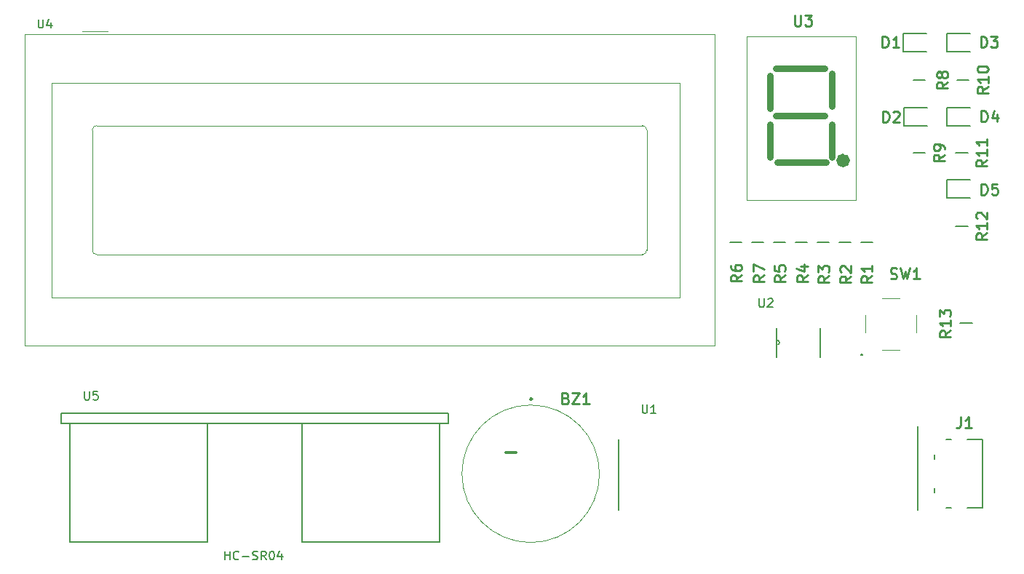
<source format=gbr>
G04 #@! TF.GenerationSoftware,KiCad,Pcbnew,(5.1.2)-1*
G04 #@! TF.CreationDate,2019-06-13T11:42:40+03:00*
G04 #@! TF.ProjectId,shema,7368656d-612e-46b6-9963-61645f706362,v.1.0*
G04 #@! TF.SameCoordinates,Original*
G04 #@! TF.FileFunction,Legend,Top*
G04 #@! TF.FilePolarity,Positive*
%FSLAX46Y46*%
G04 Gerber Fmt 4.6, Leading zero omitted, Abs format (unit mm)*
G04 Created by KiCad (PCBNEW (5.1.2)-1) date 2019-06-13 11:42:40*
%MOMM*%
%LPD*%
G04 APERTURE LIST*
%ADD10C,0.300000*%
%ADD11C,0.200000*%
%ADD12C,0.120000*%
%ADD13C,0.152400*%
%ADD14C,0.750000*%
%ADD15C,0.100000*%
%ADD16C,0.127000*%
%ADD17C,0.150000*%
%ADD18C,0.254000*%
G04 APERTURE END LIST*
D10*
X149418571Y-114587142D02*
X150561428Y-114587142D01*
D11*
X197299000Y-111554000D02*
X197299000Y-121328000D01*
X162501000Y-113072000D02*
X162501000Y-121328000D01*
D12*
X93460000Y-102220000D02*
X173740000Y-102220000D01*
X173740000Y-102220000D02*
X173740000Y-65940000D01*
X173740000Y-65940000D02*
X94260000Y-65940000D01*
X93460000Y-65940000D02*
X93460000Y-102220000D01*
X93470000Y-65940000D02*
X94260000Y-65940000D01*
X100100000Y-65580000D02*
X103100000Y-65580000D01*
X101800000Y-76580000D02*
X165300000Y-76580000D01*
X101300280Y-91079320D02*
X101300280Y-77080000D01*
X165300660Y-91580000D02*
X101800000Y-91580000D01*
X165800000Y-77080000D02*
X165800000Y-91080000D01*
X165800000Y-77080000D02*
G75*
G03X165300000Y-76580000I-500000J0D01*
G01*
X165300660Y-91579700D02*
G75*
G03X165801040Y-91079320I0J500380D01*
G01*
X101300280Y-91079320D02*
G75*
G03X101800660Y-91579700I500380J0D01*
G01*
X101800660Y-76578460D02*
G75*
G03X101300280Y-77078840I0J-500380D01*
G01*
X96600000Y-71580000D02*
X169600000Y-71580000D01*
X169600000Y-71580000D02*
X169600000Y-96580000D01*
X169600000Y-96580000D02*
X96600000Y-96580000D01*
X96600000Y-96580000D02*
X96600000Y-71580000D01*
D11*
X176849000Y-90170000D02*
X175449000Y-90170000D01*
D13*
X186009280Y-103502571D02*
X186009280Y-100174949D01*
X180929280Y-100174949D02*
X180929280Y-103502571D01*
X180916580Y-102143560D02*
G75*
G03X180916580Y-101533960I0J304800D01*
G01*
D14*
X189064000Y-80637000D02*
G75*
G03X189064000Y-80637000I-420000J0D01*
G01*
X180804000Y-69927000D02*
X186474000Y-69927000D01*
X180804000Y-75387000D02*
X186474000Y-75387000D01*
X187314000Y-74337000D02*
X187314000Y-70557000D01*
X187314000Y-80217000D02*
X187314000Y-76437000D01*
X181014000Y-80847000D02*
X186684000Y-80847000D01*
X180174000Y-80217000D02*
X180174000Y-76437000D01*
X180174000Y-74547000D02*
X180174000Y-70767000D01*
X187314000Y-80217000D02*
X187314000Y-76437000D01*
X181014000Y-80847000D02*
X186684000Y-80847000D01*
X180174000Y-80217000D02*
X180174000Y-76437000D01*
X180804000Y-75387000D02*
X186474000Y-75387000D01*
X187314000Y-74337000D02*
X187314000Y-70557000D01*
X180174000Y-74547000D02*
X180174000Y-70767000D01*
X180804000Y-69927000D02*
X186474000Y-69927000D01*
X187314000Y-74337000D02*
X187314000Y-70557000D01*
X187314000Y-80217000D02*
X187314000Y-76437000D01*
X180174000Y-80217000D02*
X180174000Y-76437000D01*
X180174000Y-74547000D02*
X180174000Y-70767000D01*
X181014000Y-80847000D02*
X186684000Y-80847000D01*
X180804000Y-69927000D02*
X186474000Y-69927000D01*
X180804000Y-75387000D02*
X186474000Y-75387000D01*
X180804000Y-69927000D02*
X186474000Y-69927000D01*
X180804000Y-75387000D02*
X186474000Y-75387000D01*
X187314000Y-74337000D02*
X187314000Y-70557000D01*
X187314000Y-80217000D02*
X187314000Y-76437000D01*
X181014000Y-80847000D02*
X186684000Y-80847000D01*
X180174000Y-80217000D02*
X180174000Y-76437000D01*
X180174000Y-74547000D02*
X180174000Y-70767000D01*
X187314000Y-80217000D02*
X187314000Y-76437000D01*
X181014000Y-80847000D02*
X186684000Y-80847000D01*
X180174000Y-80217000D02*
X180174000Y-76437000D01*
X180804000Y-75387000D02*
X186474000Y-75387000D01*
X187314000Y-74337000D02*
X187314000Y-70557000D01*
X180174000Y-74547000D02*
X180174000Y-70767000D01*
X180804000Y-69927000D02*
X186474000Y-69927000D01*
X187314000Y-74337000D02*
X187314000Y-70557000D01*
X187314000Y-80217000D02*
X187314000Y-76437000D01*
X180174000Y-80217000D02*
X180174000Y-76437000D01*
X180174000Y-74547000D02*
X180174000Y-70767000D01*
X181014000Y-80847000D02*
X186684000Y-80847000D01*
X180804000Y-69927000D02*
X186474000Y-69927000D01*
X180804000Y-75387000D02*
X186474000Y-75387000D01*
D15*
X177419000Y-66167000D02*
X177419000Y-85212000D01*
X190119000Y-66167000D02*
X177419000Y-66167000D01*
X190119000Y-85212000D02*
X190119000Y-66167000D01*
X177419000Y-85212000D02*
X190119000Y-85212000D01*
D11*
X200688000Y-84997000D02*
X203388000Y-84997000D01*
X200688000Y-82897000D02*
X200688000Y-84997000D01*
X203388000Y-82897000D02*
X200688000Y-82897000D01*
X200688000Y-67979000D02*
X203388000Y-67979000D01*
X200688000Y-65879000D02*
X200688000Y-67979000D01*
X203388000Y-65879000D02*
X200688000Y-65879000D01*
X195735000Y-76615000D02*
X198435000Y-76615000D01*
X195735000Y-74515000D02*
X195735000Y-76615000D01*
X198435000Y-74515000D02*
X195735000Y-74515000D01*
X195608000Y-67979000D02*
X198308000Y-67979000D01*
X195608000Y-65879000D02*
X195608000Y-67979000D01*
X198308000Y-65879000D02*
X195608000Y-65879000D01*
X200688000Y-76615000D02*
X203388000Y-76615000D01*
X200688000Y-74515000D02*
X200688000Y-76615000D01*
X203388000Y-74515000D02*
X200688000Y-74515000D01*
X198185000Y-79756000D02*
X196785000Y-79756000D01*
X203265000Y-71247000D02*
X201865000Y-71247000D01*
X198185000Y-71247000D02*
X196785000Y-71247000D01*
X184469000Y-90170000D02*
X183069000Y-90170000D01*
X203138000Y-88265000D02*
X201738000Y-88265000D01*
X187009000Y-90170000D02*
X185609000Y-90170000D01*
X192089000Y-90170000D02*
X190689000Y-90170000D01*
X202250000Y-99600000D02*
X203650000Y-99600000D01*
X189549000Y-90170000D02*
X188149000Y-90170000D01*
X179389000Y-90170000D02*
X177989000Y-90170000D01*
X203138000Y-79756000D02*
X201738000Y-79756000D01*
X181929000Y-90170000D02*
X180529000Y-90170000D01*
X190700000Y-103250000D02*
X190700000Y-103250000D01*
X190900000Y-103250000D02*
X190900000Y-103250000D01*
D15*
X191200000Y-100650000D02*
X191200000Y-98650000D01*
X197200000Y-100650000D02*
X197200000Y-98650000D01*
X193200000Y-102650000D02*
X195200000Y-102650000D01*
X193200000Y-96650000D02*
X195200000Y-96650000D01*
D11*
X190900000Y-103250000D02*
G75*
G02X190700000Y-103250000I-100000J0D01*
G01*
X190700000Y-103250000D02*
G75*
G02X190900000Y-103250000I100000J0D01*
G01*
X199300000Y-115400000D02*
X199300000Y-114900000D01*
X199300000Y-119300000D02*
X199300000Y-118800000D01*
X200610000Y-121100000D02*
X201250000Y-121100000D01*
X204900000Y-121100000D02*
X203100000Y-121100000D01*
X200610000Y-113100000D02*
X201250000Y-113100000D01*
X204900000Y-113100000D02*
X203100000Y-113100000D01*
X204900000Y-121100000D02*
X204900000Y-113100000D01*
D10*
X152444650Y-108401000D02*
G75*
G03X152444650Y-108401000I-84650J0D01*
G01*
D15*
X160300000Y-117100000D02*
G75*
G03X160300000Y-117100000I-8000000J0D01*
G01*
D16*
X125684001Y-111250001D02*
X125684001Y-125050001D01*
X114684001Y-111250001D02*
X114684001Y-125050001D01*
X141684001Y-111250001D02*
X141684001Y-125050001D01*
X98684001Y-111250001D02*
X98684001Y-125050001D01*
X142684001Y-110050001D02*
X142684001Y-111250001D01*
X97684001Y-110050001D02*
X142684001Y-110050001D01*
X97684001Y-111250001D02*
X97684001Y-110050001D01*
X98684001Y-111250001D02*
X97684001Y-111250001D01*
X114684001Y-111250001D02*
X98684001Y-111250001D01*
X125684001Y-111250001D02*
X114684001Y-111250001D01*
X141684001Y-111250001D02*
X125684001Y-111250001D01*
X142684001Y-111250001D02*
X141684001Y-111250001D01*
X125684001Y-125050001D02*
X141684001Y-125050001D01*
X98684001Y-125050001D02*
X114684001Y-125050001D01*
D17*
X165288095Y-109052380D02*
X165288095Y-109861904D01*
X165335714Y-109957142D01*
X165383333Y-110004761D01*
X165478571Y-110052380D01*
X165669047Y-110052380D01*
X165764285Y-110004761D01*
X165811904Y-109957142D01*
X165859523Y-109861904D01*
X165859523Y-109052380D01*
X166859523Y-110052380D02*
X166288095Y-110052380D01*
X166573809Y-110052380D02*
X166573809Y-109052380D01*
X166478571Y-109195238D01*
X166383333Y-109290476D01*
X166288095Y-109338095D01*
X95018095Y-64222380D02*
X95018095Y-65031904D01*
X95065714Y-65127142D01*
X95113333Y-65174761D01*
X95208571Y-65222380D01*
X95399047Y-65222380D01*
X95494285Y-65174761D01*
X95541904Y-65127142D01*
X95589523Y-65031904D01*
X95589523Y-64222380D01*
X96494285Y-64555714D02*
X96494285Y-65222380D01*
X96256190Y-64174761D02*
X96018095Y-64889047D01*
X96637142Y-64889047D01*
D18*
X176824523Y-93961666D02*
X176219761Y-94385000D01*
X176824523Y-94687380D02*
X175554523Y-94687380D01*
X175554523Y-94203571D01*
X175615000Y-94082619D01*
X175675476Y-94022142D01*
X175796428Y-93961666D01*
X175977857Y-93961666D01*
X176098809Y-94022142D01*
X176159285Y-94082619D01*
X176219761Y-94203571D01*
X176219761Y-94687380D01*
X175554523Y-92873095D02*
X175554523Y-93115000D01*
X175615000Y-93235952D01*
X175675476Y-93296428D01*
X175856904Y-93417380D01*
X176098809Y-93477857D01*
X176582619Y-93477857D01*
X176703571Y-93417380D01*
X176764047Y-93356904D01*
X176824523Y-93235952D01*
X176824523Y-92994047D01*
X176764047Y-92873095D01*
X176703571Y-92812619D01*
X176582619Y-92752142D01*
X176280238Y-92752142D01*
X176159285Y-92812619D01*
X176098809Y-92873095D01*
X176038333Y-92994047D01*
X176038333Y-93235952D01*
X176098809Y-93356904D01*
X176159285Y-93417380D01*
X176280238Y-93477857D01*
D17*
X178888095Y-96702380D02*
X178888095Y-97511904D01*
X178935714Y-97607142D01*
X178983333Y-97654761D01*
X179078571Y-97702380D01*
X179269047Y-97702380D01*
X179364285Y-97654761D01*
X179411904Y-97607142D01*
X179459523Y-97511904D01*
X179459523Y-96702380D01*
X179888095Y-96797619D02*
X179935714Y-96750000D01*
X180030952Y-96702380D01*
X180269047Y-96702380D01*
X180364285Y-96750000D01*
X180411904Y-96797619D01*
X180459523Y-96892857D01*
X180459523Y-96988095D01*
X180411904Y-97130952D01*
X179840476Y-97702380D01*
X180459523Y-97702380D01*
D18*
X182991380Y-63704523D02*
X182991380Y-64732619D01*
X183051857Y-64853571D01*
X183112333Y-64914047D01*
X183233285Y-64974523D01*
X183475190Y-64974523D01*
X183596142Y-64914047D01*
X183656619Y-64853571D01*
X183717095Y-64732619D01*
X183717095Y-63704523D01*
X184200904Y-63704523D02*
X184987095Y-63704523D01*
X184563761Y-64188333D01*
X184745190Y-64188333D01*
X184866142Y-64248809D01*
X184926619Y-64309285D01*
X184987095Y-64430238D01*
X184987095Y-64732619D01*
X184926619Y-64853571D01*
X184866142Y-64914047D01*
X184745190Y-64974523D01*
X184382333Y-64974523D01*
X184261380Y-64914047D01*
X184200904Y-64853571D01*
X204712619Y-84624523D02*
X204712619Y-83354523D01*
X205015000Y-83354523D01*
X205196428Y-83415000D01*
X205317380Y-83535952D01*
X205377857Y-83656904D01*
X205438333Y-83898809D01*
X205438333Y-84080238D01*
X205377857Y-84322142D01*
X205317380Y-84443095D01*
X205196428Y-84564047D01*
X205015000Y-84624523D01*
X204712619Y-84624523D01*
X206587380Y-83354523D02*
X205982619Y-83354523D01*
X205922142Y-83959285D01*
X205982619Y-83898809D01*
X206103571Y-83838333D01*
X206405952Y-83838333D01*
X206526904Y-83898809D01*
X206587380Y-83959285D01*
X206647857Y-84080238D01*
X206647857Y-84382619D01*
X206587380Y-84503571D01*
X206526904Y-84564047D01*
X206405952Y-84624523D01*
X206103571Y-84624523D01*
X205982619Y-84564047D01*
X205922142Y-84503571D01*
X204662619Y-67474523D02*
X204662619Y-66204523D01*
X204965000Y-66204523D01*
X205146428Y-66265000D01*
X205267380Y-66385952D01*
X205327857Y-66506904D01*
X205388333Y-66748809D01*
X205388333Y-66930238D01*
X205327857Y-67172142D01*
X205267380Y-67293095D01*
X205146428Y-67414047D01*
X204965000Y-67474523D01*
X204662619Y-67474523D01*
X205811666Y-66204523D02*
X206597857Y-66204523D01*
X206174523Y-66688333D01*
X206355952Y-66688333D01*
X206476904Y-66748809D01*
X206537380Y-66809285D01*
X206597857Y-66930238D01*
X206597857Y-67232619D01*
X206537380Y-67353571D01*
X206476904Y-67414047D01*
X206355952Y-67474523D01*
X205993095Y-67474523D01*
X205872142Y-67414047D01*
X205811666Y-67353571D01*
X193262619Y-76174523D02*
X193262619Y-74904523D01*
X193565000Y-74904523D01*
X193746428Y-74965000D01*
X193867380Y-75085952D01*
X193927857Y-75206904D01*
X193988333Y-75448809D01*
X193988333Y-75630238D01*
X193927857Y-75872142D01*
X193867380Y-75993095D01*
X193746428Y-76114047D01*
X193565000Y-76174523D01*
X193262619Y-76174523D01*
X194472142Y-75025476D02*
X194532619Y-74965000D01*
X194653571Y-74904523D01*
X194955952Y-74904523D01*
X195076904Y-74965000D01*
X195137380Y-75025476D01*
X195197857Y-75146428D01*
X195197857Y-75267380D01*
X195137380Y-75448809D01*
X194411666Y-76174523D01*
X195197857Y-76174523D01*
X193212619Y-67474523D02*
X193212619Y-66204523D01*
X193515000Y-66204523D01*
X193696428Y-66265000D01*
X193817380Y-66385952D01*
X193877857Y-66506904D01*
X193938333Y-66748809D01*
X193938333Y-66930238D01*
X193877857Y-67172142D01*
X193817380Y-67293095D01*
X193696428Y-67414047D01*
X193515000Y-67474523D01*
X193212619Y-67474523D01*
X195147857Y-67474523D02*
X194422142Y-67474523D01*
X194785000Y-67474523D02*
X194785000Y-66204523D01*
X194664047Y-66385952D01*
X194543095Y-66506904D01*
X194422142Y-66567380D01*
X204712619Y-76124523D02*
X204712619Y-74854523D01*
X205015000Y-74854523D01*
X205196428Y-74915000D01*
X205317380Y-75035952D01*
X205377857Y-75156904D01*
X205438333Y-75398809D01*
X205438333Y-75580238D01*
X205377857Y-75822142D01*
X205317380Y-75943095D01*
X205196428Y-76064047D01*
X205015000Y-76124523D01*
X204712619Y-76124523D01*
X206526904Y-75277857D02*
X206526904Y-76124523D01*
X206224523Y-74794047D02*
X205922142Y-75701190D01*
X206708333Y-75701190D01*
X200429523Y-79967666D02*
X199824761Y-80391000D01*
X200429523Y-80693380D02*
X199159523Y-80693380D01*
X199159523Y-80209571D01*
X199220000Y-80088619D01*
X199280476Y-80028142D01*
X199401428Y-79967666D01*
X199582857Y-79967666D01*
X199703809Y-80028142D01*
X199764285Y-80088619D01*
X199824761Y-80209571D01*
X199824761Y-80693380D01*
X200429523Y-79362904D02*
X200429523Y-79121000D01*
X200369047Y-79000047D01*
X200308571Y-78939571D01*
X200127142Y-78818619D01*
X199885238Y-78758142D01*
X199401428Y-78758142D01*
X199280476Y-78818619D01*
X199220000Y-78879095D01*
X199159523Y-79000047D01*
X199159523Y-79241952D01*
X199220000Y-79362904D01*
X199280476Y-79423380D01*
X199401428Y-79483857D01*
X199703809Y-79483857D01*
X199824761Y-79423380D01*
X199885238Y-79362904D01*
X199945714Y-79241952D01*
X199945714Y-79000047D01*
X199885238Y-78879095D01*
X199824761Y-78818619D01*
X199703809Y-78758142D01*
X205509523Y-72063428D02*
X204904761Y-72486761D01*
X205509523Y-72789142D02*
X204239523Y-72789142D01*
X204239523Y-72305333D01*
X204300000Y-72184380D01*
X204360476Y-72123904D01*
X204481428Y-72063428D01*
X204662857Y-72063428D01*
X204783809Y-72123904D01*
X204844285Y-72184380D01*
X204904761Y-72305333D01*
X204904761Y-72789142D01*
X205509523Y-70853904D02*
X205509523Y-71579619D01*
X205509523Y-71216761D02*
X204239523Y-71216761D01*
X204420952Y-71337714D01*
X204541904Y-71458666D01*
X204602380Y-71579619D01*
X204239523Y-70067714D02*
X204239523Y-69946761D01*
X204300000Y-69825809D01*
X204360476Y-69765333D01*
X204481428Y-69704857D01*
X204723333Y-69644380D01*
X205025714Y-69644380D01*
X205267619Y-69704857D01*
X205388571Y-69765333D01*
X205449047Y-69825809D01*
X205509523Y-69946761D01*
X205509523Y-70067714D01*
X205449047Y-70188666D01*
X205388571Y-70249142D01*
X205267619Y-70309619D01*
X205025714Y-70370095D01*
X204723333Y-70370095D01*
X204481428Y-70309619D01*
X204360476Y-70249142D01*
X204300000Y-70188666D01*
X204239523Y-70067714D01*
X200824523Y-71511666D02*
X200219761Y-71935000D01*
X200824523Y-72237380D02*
X199554523Y-72237380D01*
X199554523Y-71753571D01*
X199615000Y-71632619D01*
X199675476Y-71572142D01*
X199796428Y-71511666D01*
X199977857Y-71511666D01*
X200098809Y-71572142D01*
X200159285Y-71632619D01*
X200219761Y-71753571D01*
X200219761Y-72237380D01*
X200098809Y-70785952D02*
X200038333Y-70906904D01*
X199977857Y-70967380D01*
X199856904Y-71027857D01*
X199796428Y-71027857D01*
X199675476Y-70967380D01*
X199615000Y-70906904D01*
X199554523Y-70785952D01*
X199554523Y-70544047D01*
X199615000Y-70423095D01*
X199675476Y-70362619D01*
X199796428Y-70302142D01*
X199856904Y-70302142D01*
X199977857Y-70362619D01*
X200038333Y-70423095D01*
X200098809Y-70544047D01*
X200098809Y-70785952D01*
X200159285Y-70906904D01*
X200219761Y-70967380D01*
X200340714Y-71027857D01*
X200582619Y-71027857D01*
X200703571Y-70967380D01*
X200764047Y-70906904D01*
X200824523Y-70785952D01*
X200824523Y-70544047D01*
X200764047Y-70423095D01*
X200703571Y-70362619D01*
X200582619Y-70302142D01*
X200340714Y-70302142D01*
X200219761Y-70362619D01*
X200159285Y-70423095D01*
X200098809Y-70544047D01*
X184524523Y-94011666D02*
X183919761Y-94435000D01*
X184524523Y-94737380D02*
X183254523Y-94737380D01*
X183254523Y-94253571D01*
X183315000Y-94132619D01*
X183375476Y-94072142D01*
X183496428Y-94011666D01*
X183677857Y-94011666D01*
X183798809Y-94072142D01*
X183859285Y-94132619D01*
X183919761Y-94253571D01*
X183919761Y-94737380D01*
X183677857Y-92923095D02*
X184524523Y-92923095D01*
X183194047Y-93225476D02*
X184101190Y-93527857D01*
X184101190Y-92741666D01*
X205382523Y-89081428D02*
X204777761Y-89504761D01*
X205382523Y-89807142D02*
X204112523Y-89807142D01*
X204112523Y-89323333D01*
X204173000Y-89202380D01*
X204233476Y-89141904D01*
X204354428Y-89081428D01*
X204535857Y-89081428D01*
X204656809Y-89141904D01*
X204717285Y-89202380D01*
X204777761Y-89323333D01*
X204777761Y-89807142D01*
X205382523Y-87871904D02*
X205382523Y-88597619D01*
X205382523Y-88234761D02*
X204112523Y-88234761D01*
X204293952Y-88355714D01*
X204414904Y-88476666D01*
X204475380Y-88597619D01*
X204233476Y-87388095D02*
X204173000Y-87327619D01*
X204112523Y-87206666D01*
X204112523Y-86904285D01*
X204173000Y-86783333D01*
X204233476Y-86722857D01*
X204354428Y-86662380D01*
X204475380Y-86662380D01*
X204656809Y-86722857D01*
X205382523Y-87448571D01*
X205382523Y-86662380D01*
X187024523Y-94061666D02*
X186419761Y-94485000D01*
X187024523Y-94787380D02*
X185754523Y-94787380D01*
X185754523Y-94303571D01*
X185815000Y-94182619D01*
X185875476Y-94122142D01*
X185996428Y-94061666D01*
X186177857Y-94061666D01*
X186298809Y-94122142D01*
X186359285Y-94182619D01*
X186419761Y-94303571D01*
X186419761Y-94787380D01*
X185754523Y-93638333D02*
X185754523Y-92852142D01*
X186238333Y-93275476D01*
X186238333Y-93094047D01*
X186298809Y-92973095D01*
X186359285Y-92912619D01*
X186480238Y-92852142D01*
X186782619Y-92852142D01*
X186903571Y-92912619D01*
X186964047Y-92973095D01*
X187024523Y-93094047D01*
X187024523Y-93456904D01*
X186964047Y-93577857D01*
X186903571Y-93638333D01*
X192024523Y-94061666D02*
X191419761Y-94485000D01*
X192024523Y-94787380D02*
X190754523Y-94787380D01*
X190754523Y-94303571D01*
X190815000Y-94182619D01*
X190875476Y-94122142D01*
X190996428Y-94061666D01*
X191177857Y-94061666D01*
X191298809Y-94122142D01*
X191359285Y-94182619D01*
X191419761Y-94303571D01*
X191419761Y-94787380D01*
X192024523Y-92852142D02*
X192024523Y-93577857D01*
X192024523Y-93215000D02*
X190754523Y-93215000D01*
X190935952Y-93335952D01*
X191056904Y-93456904D01*
X191117380Y-93577857D01*
X201154523Y-100416428D02*
X200549761Y-100839761D01*
X201154523Y-101142142D02*
X199884523Y-101142142D01*
X199884523Y-100658333D01*
X199945000Y-100537380D01*
X200005476Y-100476904D01*
X200126428Y-100416428D01*
X200307857Y-100416428D01*
X200428809Y-100476904D01*
X200489285Y-100537380D01*
X200549761Y-100658333D01*
X200549761Y-101142142D01*
X201154523Y-99206904D02*
X201154523Y-99932619D01*
X201154523Y-99569761D02*
X199884523Y-99569761D01*
X200065952Y-99690714D01*
X200186904Y-99811666D01*
X200247380Y-99932619D01*
X199884523Y-98783571D02*
X199884523Y-97997380D01*
X200368333Y-98420714D01*
X200368333Y-98239285D01*
X200428809Y-98118333D01*
X200489285Y-98057857D01*
X200610238Y-97997380D01*
X200912619Y-97997380D01*
X201033571Y-98057857D01*
X201094047Y-98118333D01*
X201154523Y-98239285D01*
X201154523Y-98602142D01*
X201094047Y-98723095D01*
X201033571Y-98783571D01*
X189574523Y-94111666D02*
X188969761Y-94535000D01*
X189574523Y-94837380D02*
X188304523Y-94837380D01*
X188304523Y-94353571D01*
X188365000Y-94232619D01*
X188425476Y-94172142D01*
X188546428Y-94111666D01*
X188727857Y-94111666D01*
X188848809Y-94172142D01*
X188909285Y-94232619D01*
X188969761Y-94353571D01*
X188969761Y-94837380D01*
X188425476Y-93627857D02*
X188365000Y-93567380D01*
X188304523Y-93446428D01*
X188304523Y-93144047D01*
X188365000Y-93023095D01*
X188425476Y-92962619D01*
X188546428Y-92902142D01*
X188667380Y-92902142D01*
X188848809Y-92962619D01*
X189574523Y-93688333D01*
X189574523Y-92902142D01*
X179474523Y-94011666D02*
X178869761Y-94435000D01*
X179474523Y-94737380D02*
X178204523Y-94737380D01*
X178204523Y-94253571D01*
X178265000Y-94132619D01*
X178325476Y-94072142D01*
X178446428Y-94011666D01*
X178627857Y-94011666D01*
X178748809Y-94072142D01*
X178809285Y-94132619D01*
X178869761Y-94253571D01*
X178869761Y-94737380D01*
X178204523Y-93588333D02*
X178204523Y-92741666D01*
X179474523Y-93285952D01*
X205382523Y-80572428D02*
X204777761Y-80995761D01*
X205382523Y-81298142D02*
X204112523Y-81298142D01*
X204112523Y-80814333D01*
X204173000Y-80693380D01*
X204233476Y-80632904D01*
X204354428Y-80572428D01*
X204535857Y-80572428D01*
X204656809Y-80632904D01*
X204717285Y-80693380D01*
X204777761Y-80814333D01*
X204777761Y-81298142D01*
X205382523Y-79362904D02*
X205382523Y-80088619D01*
X205382523Y-79725761D02*
X204112523Y-79725761D01*
X204293952Y-79846714D01*
X204414904Y-79967666D01*
X204475380Y-80088619D01*
X205382523Y-78153380D02*
X205382523Y-78879095D01*
X205382523Y-78516238D02*
X204112523Y-78516238D01*
X204293952Y-78637190D01*
X204414904Y-78758142D01*
X204475380Y-78879095D01*
X181924523Y-94011666D02*
X181319761Y-94435000D01*
X181924523Y-94737380D02*
X180654523Y-94737380D01*
X180654523Y-94253571D01*
X180715000Y-94132619D01*
X180775476Y-94072142D01*
X180896428Y-94011666D01*
X181077857Y-94011666D01*
X181198809Y-94072142D01*
X181259285Y-94132619D01*
X181319761Y-94253571D01*
X181319761Y-94737380D01*
X180654523Y-92862619D02*
X180654523Y-93467380D01*
X181259285Y-93527857D01*
X181198809Y-93467380D01*
X181138333Y-93346428D01*
X181138333Y-93044047D01*
X181198809Y-92923095D01*
X181259285Y-92862619D01*
X181380238Y-92802142D01*
X181682619Y-92802142D01*
X181803571Y-92862619D01*
X181864047Y-92923095D01*
X181924523Y-93044047D01*
X181924523Y-93346428D01*
X181864047Y-93467380D01*
X181803571Y-93527857D01*
X194156666Y-94364047D02*
X194338095Y-94424523D01*
X194640476Y-94424523D01*
X194761428Y-94364047D01*
X194821904Y-94303571D01*
X194882380Y-94182619D01*
X194882380Y-94061666D01*
X194821904Y-93940714D01*
X194761428Y-93880238D01*
X194640476Y-93819761D01*
X194398571Y-93759285D01*
X194277619Y-93698809D01*
X194217142Y-93638333D01*
X194156666Y-93517380D01*
X194156666Y-93396428D01*
X194217142Y-93275476D01*
X194277619Y-93215000D01*
X194398571Y-93154523D01*
X194700952Y-93154523D01*
X194882380Y-93215000D01*
X195305714Y-93154523D02*
X195608095Y-94424523D01*
X195850000Y-93517380D01*
X196091904Y-94424523D01*
X196394285Y-93154523D01*
X197543333Y-94424523D02*
X196817619Y-94424523D01*
X197180476Y-94424523D02*
X197180476Y-93154523D01*
X197059523Y-93335952D01*
X196938571Y-93456904D01*
X196817619Y-93517380D01*
X202326666Y-110504523D02*
X202326666Y-111411666D01*
X202266190Y-111593095D01*
X202145238Y-111714047D01*
X201963809Y-111774523D01*
X201842857Y-111774523D01*
X203596666Y-111774523D02*
X202870952Y-111774523D01*
X203233809Y-111774523D02*
X203233809Y-110504523D01*
X203112857Y-110685952D01*
X202991904Y-110806904D01*
X202870952Y-110867380D01*
X156381190Y-108309285D02*
X156562619Y-108369761D01*
X156623095Y-108430238D01*
X156683571Y-108551190D01*
X156683571Y-108732619D01*
X156623095Y-108853571D01*
X156562619Y-108914047D01*
X156441666Y-108974523D01*
X155957857Y-108974523D01*
X155957857Y-107704523D01*
X156381190Y-107704523D01*
X156502142Y-107765000D01*
X156562619Y-107825476D01*
X156623095Y-107946428D01*
X156623095Y-108067380D01*
X156562619Y-108188333D01*
X156502142Y-108248809D01*
X156381190Y-108309285D01*
X155957857Y-108309285D01*
X157106904Y-107704523D02*
X157953571Y-107704523D01*
X157106904Y-108974523D01*
X157953571Y-108974523D01*
X159102619Y-108974523D02*
X158376904Y-108974523D01*
X158739761Y-108974523D02*
X158739761Y-107704523D01*
X158618809Y-107885952D01*
X158497857Y-108006904D01*
X158376904Y-108067380D01*
D17*
X100387699Y-107502096D02*
X100387699Y-108312040D01*
X100435342Y-108407328D01*
X100482986Y-108454972D01*
X100578274Y-108502616D01*
X100768849Y-108502616D01*
X100864137Y-108454972D01*
X100911780Y-108407328D01*
X100959424Y-108312040D01*
X100959424Y-107502096D01*
X101912300Y-107502096D02*
X101435862Y-107502096D01*
X101388219Y-107978534D01*
X101435862Y-107930890D01*
X101531150Y-107883246D01*
X101769369Y-107883246D01*
X101864657Y-107930890D01*
X101912300Y-107978534D01*
X101959944Y-108073821D01*
X101959944Y-108312040D01*
X101912300Y-108407328D01*
X101864657Y-108454972D01*
X101769369Y-108502616D01*
X101531150Y-108502616D01*
X101435862Y-108454972D01*
X101388219Y-108407328D01*
X116716666Y-127102380D02*
X116716666Y-126102380D01*
X116716666Y-126578571D02*
X117288095Y-126578571D01*
X117288095Y-127102380D02*
X117288095Y-126102380D01*
X118335714Y-127007142D02*
X118288095Y-127054761D01*
X118145238Y-127102380D01*
X118050000Y-127102380D01*
X117907142Y-127054761D01*
X117811904Y-126959523D01*
X117764285Y-126864285D01*
X117716666Y-126673809D01*
X117716666Y-126530952D01*
X117764285Y-126340476D01*
X117811904Y-126245238D01*
X117907142Y-126150000D01*
X118050000Y-126102380D01*
X118145238Y-126102380D01*
X118288095Y-126150000D01*
X118335714Y-126197619D01*
X118764285Y-126721428D02*
X119526190Y-126721428D01*
X119954761Y-127054761D02*
X120097619Y-127102380D01*
X120335714Y-127102380D01*
X120430952Y-127054761D01*
X120478571Y-127007142D01*
X120526190Y-126911904D01*
X120526190Y-126816666D01*
X120478571Y-126721428D01*
X120430952Y-126673809D01*
X120335714Y-126626190D01*
X120145238Y-126578571D01*
X120050000Y-126530952D01*
X120002380Y-126483333D01*
X119954761Y-126388095D01*
X119954761Y-126292857D01*
X120002380Y-126197619D01*
X120050000Y-126150000D01*
X120145238Y-126102380D01*
X120383333Y-126102380D01*
X120526190Y-126150000D01*
X121526190Y-127102380D02*
X121192857Y-126626190D01*
X120954761Y-127102380D02*
X120954761Y-126102380D01*
X121335714Y-126102380D01*
X121430952Y-126150000D01*
X121478571Y-126197619D01*
X121526190Y-126292857D01*
X121526190Y-126435714D01*
X121478571Y-126530952D01*
X121430952Y-126578571D01*
X121335714Y-126626190D01*
X120954761Y-126626190D01*
X122145238Y-126102380D02*
X122240476Y-126102380D01*
X122335714Y-126150000D01*
X122383333Y-126197619D01*
X122430952Y-126292857D01*
X122478571Y-126483333D01*
X122478571Y-126721428D01*
X122430952Y-126911904D01*
X122383333Y-127007142D01*
X122335714Y-127054761D01*
X122240476Y-127102380D01*
X122145238Y-127102380D01*
X122050000Y-127054761D01*
X122002380Y-127007142D01*
X121954761Y-126911904D01*
X121907142Y-126721428D01*
X121907142Y-126483333D01*
X121954761Y-126292857D01*
X122002380Y-126197619D01*
X122050000Y-126150000D01*
X122145238Y-126102380D01*
X123335714Y-126435714D02*
X123335714Y-127102380D01*
X123097619Y-126054761D02*
X122859523Y-126769047D01*
X123478571Y-126769047D01*
M02*

</source>
